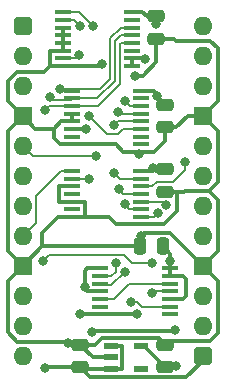
<source format=gtl>
%TF.GenerationSoftware,KiCad,Pcbnew,8.0.7*%
%TF.CreationDate,2025-01-07T17:53:55+02:00*%
%TF.ProjectId,Video Row Latch,56696465-6f20-4526-9f77-204c61746368,V0*%
%TF.SameCoordinates,Original*%
%TF.FileFunction,Copper,L1,Top*%
%TF.FilePolarity,Positive*%
%FSLAX46Y46*%
G04 Gerber Fmt 4.6, Leading zero omitted, Abs format (unit mm)*
G04 Created by KiCad (PCBNEW 8.0.7) date 2025-01-07 17:53:55*
%MOMM*%
%LPD*%
G01*
G04 APERTURE LIST*
G04 Aperture macros list*
%AMRoundRect*
0 Rectangle with rounded corners*
0 $1 Rounding radius*
0 $2 $3 $4 $5 $6 $7 $8 $9 X,Y pos of 4 corners*
0 Add a 4 corners polygon primitive as box body*
4,1,4,$2,$3,$4,$5,$6,$7,$8,$9,$2,$3,0*
0 Add four circle primitives for the rounded corners*
1,1,$1+$1,$2,$3*
1,1,$1+$1,$4,$5*
1,1,$1+$1,$6,$7*
1,1,$1+$1,$8,$9*
0 Add four rect primitives between the rounded corners*
20,1,$1+$1,$2,$3,$4,$5,0*
20,1,$1+$1,$4,$5,$6,$7,0*
20,1,$1+$1,$6,$7,$8,$9,0*
20,1,$1+$1,$8,$9,$2,$3,0*%
G04 Aperture macros list end*
%TA.AperFunction,SMDPad,CuDef*%
%ADD10RoundRect,0.250000X0.475000X-0.250000X0.475000X0.250000X-0.475000X0.250000X-0.475000X-0.250000X0*%
%TD*%
%TA.AperFunction,SMDPad,CuDef*%
%ADD11R,1.475000X0.450000*%
%TD*%
%TA.AperFunction,ComponentPad*%
%ADD12RoundRect,0.400000X-0.400000X-0.400000X0.400000X-0.400000X0.400000X0.400000X-0.400000X0.400000X0*%
%TD*%
%TA.AperFunction,ComponentPad*%
%ADD13O,1.600000X1.600000*%
%TD*%
%TA.AperFunction,ComponentPad*%
%ADD14R,1.600000X1.600000*%
%TD*%
%TA.AperFunction,SMDPad,CuDef*%
%ADD15R,1.450000X0.450000*%
%TD*%
%TA.AperFunction,SMDPad,CuDef*%
%ADD16RoundRect,0.250000X-0.475000X0.250000X-0.475000X-0.250000X0.475000X-0.250000X0.475000X0.250000X0*%
%TD*%
%TA.AperFunction,SMDPad,CuDef*%
%ADD17R,1.150000X0.600000*%
%TD*%
%TA.AperFunction,SMDPad,CuDef*%
%ADD18RoundRect,0.250000X0.250000X0.475000X-0.250000X0.475000X-0.250000X-0.475000X0.250000X-0.475000X0*%
%TD*%
%TA.AperFunction,ViaPad*%
%ADD19C,0.800000*%
%TD*%
%TA.AperFunction,Conductor*%
%ADD20C,0.380000*%
%TD*%
%TA.AperFunction,Conductor*%
%ADD21C,0.200000*%
%TD*%
G04 APERTURE END LIST*
D10*
%TO.P,C9,1*%
%TO.N,/3.3V*%
X12065000Y-28874000D03*
%TO.P,C9,2*%
%TO.N,/GND*%
X12065000Y-26974000D03*
%TD*%
D11*
%TO.P,IC6,1,~{1RD}*%
%TO.N,/3.3V*%
X6587000Y-20529000D03*
%TO.P,IC6,2,1D*%
%TO.N,/~{MR}*%
X6587000Y-21179000D03*
%TO.P,IC6,3,1CP*%
%TO.N,/CLK*%
X6587000Y-21829000D03*
%TO.P,IC6,4,~{1SD}*%
%TO.N,/3.3V*%
X6587000Y-22479000D03*
%TO.P,IC6,5,1Q*%
%TO.N,/~{MR}_{1}*%
X6587000Y-23129000D03*
%TO.P,IC6,6,~{1Q}*%
%TO.N,unconnected-(IC6-~{1Q}-Pad6)*%
X6587000Y-23779000D03*
%TO.P,IC6,7,GND*%
%TO.N,/GND*%
X6587000Y-24429000D03*
%TO.P,IC6,8,~{2Q}*%
%TO.N,unconnected-(IC6-~{2Q}-Pad8)*%
X12463000Y-24429000D03*
%TO.P,IC6,9,2Q*%
%TO.N,/~{MR}_{2}*%
X12463000Y-23779000D03*
%TO.P,IC6,10,~{2SD}*%
%TO.N,/3.3V*%
X12463000Y-23129000D03*
%TO.P,IC6,11,2CP*%
%TO.N,/~{CLK}*%
X12463000Y-22479000D03*
%TO.P,IC6,12,2D*%
%TO.N,/~{MR}_{1}*%
X12463000Y-21829000D03*
%TO.P,IC6,13,~{2RD}*%
%TO.N,/3.3V*%
X12463000Y-21179000D03*
%TO.P,IC6,14,3V*%
X12463000Y-20529000D03*
%TD*%
D12*
%TO.P,J1,1,Pin_1*%
%TO.N,/5V*%
X0Y0D03*
D13*
%TO.P,J1,2,Pin_2*%
%TO.N,unconnected-(J1-Pin_2-Pad2)*%
X0Y-2540000D03*
%TO.P,J1,3,Pin_3*%
%TO.N,unconnected-(J1-Pin_3-Pad3)*%
X0Y-5080000D03*
D14*
%TO.P,J1,4,Pin_4*%
%TO.N,/GND*%
X0Y-7620000D03*
D13*
%TO.P,J1,5,Pin_5*%
%TO.N,/CLK*%
X0Y-10160000D03*
%TO.P,J1,6,Pin_6*%
%TO.N,/~{CLK}*%
X0Y-12700000D03*
%TO.P,J1,7,Pin_7*%
%TO.N,unconnected-(J1-Pin_7-Pad7)*%
X0Y-15240000D03*
%TO.P,J1,8,Pin_8*%
%TO.N,/MR*%
X0Y-17780000D03*
D14*
%TO.P,J1,9,Pin_9*%
%TO.N,/GND*%
X0Y-20320000D03*
D13*
%TO.P,J1,10,Pin_10*%
%TO.N,/LA2*%
X0Y-22860000D03*
%TO.P,J1,11,Pin_11*%
%TO.N,/LA1*%
X0Y-25400000D03*
%TO.P,J1,12,Pin_12*%
%TO.N,/LA0*%
X0Y-27940000D03*
D12*
%TO.P,J1,13,Pin_13*%
%TO.N,/5V*%
X15240000Y-27940000D03*
D13*
%TO.P,J1,14,Pin_14*%
%TO.N,unconnected-(J1-Pin_14-Pad14)*%
X15240000Y-25400000D03*
%TO.P,J1,15,Pin_15*%
%TO.N,unconnected-(J1-Pin_15-Pad15)*%
X15240000Y-22860000D03*
D14*
%TO.P,J1,16,Pin_16*%
%TO.N,/GND*%
X15240000Y-20320000D03*
D13*
%TO.P,J1,17,Pin_17*%
%TO.N,unconnected-(J1-Pin_17-Pad17)*%
X15240000Y-17780000D03*
%TO.P,J1,18,Pin_18*%
%TO.N,unconnected-(J1-Pin_18-Pad18)*%
X15240000Y-15240000D03*
%TO.P,J1,19,Pin_19*%
%TO.N,unconnected-(J1-Pin_19-Pad19)*%
X15240000Y-12700000D03*
%TO.P,J1,20,Pin_20*%
%TO.N,unconnected-(J1-Pin_20-Pad20)*%
X15240000Y-10160000D03*
D14*
%TO.P,J1,21,Pin_21*%
%TO.N,/GND*%
X15240000Y-7620000D03*
D13*
%TO.P,J1,22,Pin_22*%
%TO.N,/Load Address Bank*%
X15240000Y-5080000D03*
%TO.P,J1,23,Pin_23*%
%TO.N,/Load Address High*%
X15240000Y-2540000D03*
%TO.P,J1,24,Pin_24*%
%TO.N,/Load Address Low*%
X15240000Y0D03*
%TD*%
D15*
%TO.P,IC2,1,A0*%
%TO.N,/LA0*%
X4183000Y-5485000D03*
%TO.P,IC2,2,A1*%
%TO.N,/LA1*%
X4183000Y-6135000D03*
%TO.P,IC2,3,A2*%
%TO.N,/LA2*%
X4183000Y-6785000D03*
%TO.P,IC2,4,~{E1}*%
%TO.N,/GND*%
X4183000Y-7435000D03*
%TO.P,IC2,5,~{E2}*%
X4183000Y-8085000D03*
%TO.P,IC2,6,E3*%
%TO.N,/3.3V*%
X4183000Y-8735000D03*
%TO.P,IC2,7,~{Y7}*%
%TO.N,unconnected-(IC2-~{Y7}-Pad7)*%
X4183000Y-9385000D03*
%TO.P,IC2,8,GND*%
%TO.N,/GND*%
X4183000Y-10035000D03*
%TO.P,IC2,9,~{Y6}*%
%TO.N,unconnected-(IC2-~{Y6}-Pad9)*%
X10033000Y-10035000D03*
%TO.P,IC2,10,~{Y5}*%
%TO.N,unconnected-(IC2-~{Y5}-Pad10)*%
X10033000Y-9385000D03*
%TO.P,IC2,11,~{Y4}*%
%TO.N,/CEP*%
X10033000Y-8735000D03*
%TO.P,IC2,12,~{Y3}*%
%TO.N,/~{Load Address Bank}*%
X10033000Y-8085000D03*
%TO.P,IC2,13,~{Y2}*%
%TO.N,/~{Load Address High}*%
X10033000Y-7435000D03*
%TO.P,IC2,14,~{Y1}*%
%TO.N,/~{Load Address Low}*%
X10033000Y-6785000D03*
%TO.P,IC2,15,~{Y0}*%
%TO.N,unconnected-(IC2-~{Y0}-Pad15)*%
X10033000Y-6135000D03*
%TO.P,IC2,16,3V*%
%TO.N,/3.3V*%
X10033000Y-5485000D03*
%TD*%
D11*
%TO.P,IC3,1,1A*%
%TO.N,/MR*%
X4174000Y-12274000D03*
%TO.P,IC3,2,1Y*%
%TO.N,/~{MR}*%
X4174000Y-12924000D03*
%TO.P,IC3,3,2A*%
%TO.N,/GND*%
X4174000Y-13574000D03*
%TO.P,IC3,4,2Y*%
%TO.N,unconnected-(IC3-2Y-Pad4)*%
X4174000Y-14224000D03*
%TO.P,IC3,5,3A*%
%TO.N,/GND*%
X4174000Y-14874000D03*
%TO.P,IC3,6,3Y*%
%TO.N,unconnected-(IC3-3Y-Pad6)*%
X4174000Y-15524000D03*
%TO.P,IC3,7,GND*%
%TO.N,/GND*%
X4174000Y-16174000D03*
%TO.P,IC3,8,4Y*%
%TO.N,/Load Address Low*%
X10050000Y-16174000D03*
%TO.P,IC3,9,4A*%
%TO.N,/~{Load Address Low}*%
X10050000Y-15524000D03*
%TO.P,IC3,10,5Y*%
%TO.N,/Load Address High*%
X10050000Y-14874000D03*
%TO.P,IC3,11,5A*%
%TO.N,/~{Load Address High}*%
X10050000Y-14224000D03*
%TO.P,IC3,12,6Y*%
%TO.N,/Load Address Bank*%
X10050000Y-13574000D03*
%TO.P,IC3,13,6A*%
%TO.N,/~{Load Address Bank}*%
X10050000Y-12924000D03*
%TO.P,IC3,14,3V*%
%TO.N,/3.3V*%
X10050000Y-12274000D03*
%TD*%
D15*
%TO.P,IC1,1,~{MR}*%
%TO.N,/~{MR}_{2}*%
X3401000Y1165000D03*
%TO.P,IC1,2,CP*%
%TO.N,/CLK*%
X3401000Y515000D03*
%TO.P,IC1,3,D0*%
%TO.N,/GND*%
X3401000Y-135000D03*
%TO.P,IC1,4,D1*%
X3401000Y-785000D03*
%TO.P,IC1,5,D2*%
X3401000Y-1435000D03*
%TO.P,IC1,6,D3*%
X3401000Y-2085000D03*
%TO.P,IC1,7,CEP*%
%TO.N,/CEP*%
X3401000Y-2735000D03*
%TO.P,IC1,8,GND*%
%TO.N,/GND*%
X3401000Y-3385000D03*
%TO.P,IC1,9,~{PE}*%
%TO.N,/3.3V*%
X9251000Y-3385000D03*
%TO.P,IC1,10,CET*%
X9251000Y-2735000D03*
%TO.P,IC1,11,Q3*%
%TO.N,unconnected-(IC1-Q3-Pad11)*%
X9251000Y-2085000D03*
%TO.P,IC1,12,Q2*%
%TO.N,/LA2*%
X9251000Y-1435000D03*
%TO.P,IC1,13,Q1*%
%TO.N,/LA1*%
X9251000Y-785000D03*
%TO.P,IC1,14,Q0*%
%TO.N,/LA0*%
X9251000Y-135000D03*
%TO.P,IC1,15,TC*%
%TO.N,unconnected-(IC1-TC-Pad15)*%
X9251000Y515000D03*
%TO.P,IC1,16,3V*%
%TO.N,/3.3V*%
X9251000Y1165000D03*
%TD*%
D16*
%TO.P,C1,1*%
%TO.N,/3.3V*%
X12065000Y-6686000D03*
%TO.P,C1,2*%
%TO.N,/GND*%
X12065000Y-8586000D03*
%TD*%
D10*
%TO.P,C8,1*%
%TO.N,/5V*%
X4826000Y-28874000D03*
%TO.P,C8,2*%
%TO.N,/GND*%
X4826000Y-26974000D03*
%TD*%
D16*
%TO.P,C5,1*%
%TO.N,/3.3V*%
X12065000Y-12147000D03*
%TO.P,C5,2*%
%TO.N,/GND*%
X12065000Y-14047000D03*
%TD*%
D17*
%TO.P,IC7,1,6VIn*%
%TO.N,/5V*%
X7463000Y-27117000D03*
%TO.P,IC7,2,GND*%
%TO.N,/GND*%
X7463000Y-28067000D03*
%TO.P,IC7,3,EN*%
%TO.N,/5V*%
X7463000Y-29017000D03*
%TO.P,IC7,4,ADJ*%
%TO.N,unconnected-(IC7-ADJ-Pad4)*%
X10063000Y-29017000D03*
%TO.P,IC7,5,3.3VOut*%
%TO.N,/3.3V*%
X10063000Y-27117000D03*
%TD*%
D16*
%TO.P,C2,1*%
%TO.N,/3.3V*%
X11303000Y807000D03*
%TO.P,C2,2*%
%TO.N,/GND*%
X11303000Y-1093000D03*
%TD*%
D18*
%TO.P,C4,1*%
%TO.N,/3.3V*%
X11856000Y-18669000D03*
%TO.P,C4,2*%
%TO.N,/GND*%
X9956000Y-18669000D03*
%TD*%
D19*
%TO.N,/5V*%
X1905000Y-28956000D03*
%TO.N,/GND*%
X6703293Y-3243002D03*
X9894000Y-10860002D03*
X4858998Y-24429000D03*
X3873496Y-26860504D03*
X10032996Y-17780014D03*
X9652000Y-24384000D03*
X9525000Y-4210002D03*
%TO.N,/3.3V*%
X5889707Y-25929000D03*
X12936978Y-25781000D03*
X5254472Y-22131097D03*
X12463000Y-19939000D03*
X11049000Y-12065000D03*
X10350818Y-2778523D03*
X11358002Y-5969000D03*
X5331529Y-8735000D03*
X12954000Y-28829000D03*
X11303000Y127000D03*
%TO.N,/~{MR}*%
X7887219Y-20095794D03*
X5588000Y-12954000D03*
%TO.N,/CLK*%
X6247000Y-11049000D03*
X4826000Y0D03*
X8636000Y-20828000D03*
%TO.N,/CEP*%
X5594000Y-7614000D03*
X4747919Y-2452919D03*
%TO.N,/LA2*%
X1905000Y-7112000D03*
%TO.N,/LA1*%
X2360265Y-6036569D03*
%TO.N,/LA0*%
X3128651Y-5320965D03*
%TO.N,/Load Address Low*%
X11430000Y-15875000D03*
%TO.N,/Load Address Bank*%
X13716000Y-11557000D03*
%TO.N,/Load Address High*%
X12180000Y-15147000D03*
%TO.N,/~{MR}_{2}*%
X5969000Y0D03*
X9192996Y-23368000D03*
%TO.N,/~{CLK}*%
X10922000Y-20066000D03*
X1720500Y-19881500D03*
X10922000Y-22606000D03*
%TO.N,/~{Load Address Bank}*%
X7747000Y-12446000D03*
X7747000Y-8382000D03*
%TO.N,/~{Load Address High}*%
X8128000Y-13843000D03*
X8092311Y-7274689D03*
%TO.N,/~{Load Address Low}*%
X8636000Y-15113000D03*
X8650352Y-6351935D03*
%TD*%
D20*
%TO.N,/5V*%
X8418000Y-29017000D02*
X7463000Y-29017000D01*
X8418000Y-27117000D02*
X8428000Y-27127000D01*
X7463000Y-27117000D02*
X8418000Y-27117000D01*
X1987000Y-28874000D02*
X1905000Y-28956000D01*
X5716000Y-29764000D02*
X4826000Y-28874000D01*
X13858000Y-29764000D02*
X5716000Y-29764000D01*
X15240000Y-28382000D02*
X13858000Y-29764000D01*
X8428000Y-29007000D02*
X8418000Y-29017000D01*
X8428000Y-27127000D02*
X8428000Y-29007000D01*
X7463000Y-29017000D02*
X5604000Y-29017000D01*
X4826000Y-28874000D02*
X1987000Y-28874000D01*
%TO.N,/GND*%
X-1270000Y-25908000D02*
X-444497Y-26733503D01*
X2296000Y-3385000D02*
X1791000Y-3890000D01*
X15240000Y-7620000D02*
X13970000Y-7620000D01*
X2286000Y-3375000D02*
X2286000Y-2095000D01*
X9607000Y-24429000D02*
X9652000Y-24384000D01*
X5919000Y-28067000D02*
X4826000Y-26974000D01*
X2286000Y-2095000D02*
X2296000Y-2085000D01*
X0Y-20320000D02*
X-1270000Y-21590000D01*
X0Y-7620000D02*
X-1270000Y-8890000D01*
X3286000Y-8085000D02*
X4170000Y-8085000D01*
X4826000Y-26974000D02*
X3986992Y-26974000D01*
X4174000Y-16174000D02*
X3003000Y-16174000D01*
X11130000Y-10668000D02*
X12065000Y-9733000D01*
X-444497Y-26733503D02*
X3746495Y-26733503D01*
X7334000Y-16174000D02*
X7949000Y-16789000D01*
X12065000Y-14047000D02*
X13081000Y-14047000D01*
X16510000Y-1905000D02*
X15875000Y-1270000D01*
X6587000Y-24429000D02*
X9607000Y-24429000D01*
X15240000Y-7620000D02*
X16510000Y-6350000D01*
X-1270000Y-19050000D02*
X0Y-20320000D01*
X0Y-20320000D02*
X1651000Y-18669000D01*
X1791000Y-3890000D02*
X-492915Y-3890000D01*
X12474000Y-17554000D02*
X10259010Y-17554000D01*
X2296000Y-3385000D02*
X2286000Y-3375000D01*
X11303000Y-3063000D02*
X11303000Y-1093000D01*
X12065000Y-9733000D02*
X12065000Y-8586000D01*
X-1270000Y-6350000D02*
X0Y-7620000D01*
X3164000Y-10024000D02*
X7865000Y-10024000D01*
X16510000Y-13223958D02*
X16510000Y-8890000D01*
X15240000Y-20320000D02*
X12474000Y-17554000D01*
X11507000Y-26416000D02*
X12065000Y-26974000D01*
X15763958Y-13970000D02*
X16510000Y-13223958D01*
X11303000Y-1093000D02*
X12777000Y-1093000D01*
X-1270000Y-8890000D02*
X-1270000Y-19050000D01*
X-492915Y-3890000D02*
X-1270000Y-4667085D01*
X3056500Y-14874000D02*
X4174000Y-14874000D01*
X1651000Y-18669000D02*
X9956000Y-18669000D01*
X2667000Y-9527000D02*
X3164000Y-10024000D01*
X7949000Y-16789000D02*
X11979000Y-16789000D01*
X3046500Y-13584000D02*
X3046500Y-14864000D01*
X4826000Y-26974000D02*
X6137018Y-26974000D01*
X13081000Y-15687000D02*
X13081000Y-14047000D01*
X6561295Y-3385000D02*
X6703293Y-3243002D01*
X9525000Y-4210002D02*
X10155998Y-4210002D01*
X3746495Y-26733503D02*
X3873496Y-26860504D01*
X7463000Y-28067000D02*
X5919000Y-28067000D01*
X4174000Y-16174000D02*
X7334000Y-16174000D01*
X3046500Y-14864000D02*
X3056500Y-14874000D01*
X3056500Y-13574000D02*
X3046500Y-13584000D01*
X-1270000Y-21590000D02*
X-1270000Y-25908000D01*
X12777000Y-1093000D02*
X12954000Y-1270000D01*
X15763958Y-13970000D02*
X16510000Y-14716042D01*
X10259010Y-17554000D02*
X10032996Y-17780014D01*
X16510000Y-26035000D02*
X16510000Y-21590000D01*
X-1270000Y-4667085D02*
X-1270000Y-6350000D01*
X7865000Y-10024000D02*
X8509000Y-10668000D01*
X3401000Y-785000D02*
X3401000Y-1435000D01*
X16510000Y-14716042D02*
X16510000Y-19050000D01*
X12400043Y-26638957D02*
X15906043Y-26638957D01*
X5291500Y-14874000D02*
X4174000Y-14874000D01*
X16510000Y-21590000D02*
X15240000Y-20320000D01*
X4174000Y-13574000D02*
X3056500Y-13574000D01*
X15906043Y-26638957D02*
X16510000Y-26035000D01*
X15875000Y-1270000D02*
X12954000Y-1270000D01*
X6137018Y-26974000D02*
X6695018Y-26416000D01*
X3003000Y-16174000D02*
X1651000Y-17526000D01*
X13639000Y-14047000D02*
X13716000Y-13970000D01*
X1084000Y-8704000D02*
X0Y-7620000D01*
X16510000Y-6350000D02*
X16510000Y-1905000D01*
X5301500Y-16164000D02*
X5301500Y-14884000D01*
X2667000Y-8704000D02*
X2667000Y-9527000D01*
X6587000Y-24429000D02*
X4858998Y-24429000D01*
X2667000Y-8704000D02*
X3286000Y-8085000D01*
X5301500Y-14884000D02*
X5291500Y-14874000D01*
X9956000Y-17857010D02*
X10032996Y-17780014D01*
X4170000Y-7435000D02*
X4170000Y-8085000D01*
X11979000Y-16789000D02*
X13081000Y-15687000D01*
X3401000Y-3385000D02*
X6561295Y-3385000D01*
X12065000Y-26974000D02*
X12400043Y-26638957D01*
X16510000Y-8890000D02*
X15240000Y-7620000D01*
X16510000Y-19050000D02*
X15240000Y-20320000D01*
X2667000Y-8704000D02*
X1084000Y-8704000D01*
X8509000Y-10668000D02*
X11130000Y-10668000D01*
X13004000Y-8586000D02*
X12065000Y-8586000D01*
X13081000Y-14047000D02*
X13639000Y-14047000D01*
X13716000Y-13970000D02*
X15763958Y-13970000D01*
X9956000Y-18669000D02*
X9956000Y-17857010D01*
X3986992Y-26974000D02*
X3873496Y-26860504D01*
X3401000Y-1435000D02*
X3401000Y-2085000D01*
X3401000Y-3385000D02*
X2296000Y-3385000D01*
X6695018Y-26416000D02*
X11507000Y-26416000D01*
X1651000Y-17526000D02*
X1651000Y-18669000D01*
X2296000Y-2085000D02*
X3401000Y-2085000D01*
X3401000Y-135000D02*
X3401000Y-785000D01*
X10155998Y-4210002D02*
X11303000Y-3063000D01*
X13970000Y-7620000D02*
X13004000Y-8586000D01*
%TO.N,/3.3V*%
X5469500Y-22479000D02*
X6587000Y-22479000D01*
X12065000Y-28805500D02*
X12930500Y-28805500D01*
X11303000Y807000D02*
X10505000Y807000D01*
X11303000Y807000D02*
X11303000Y127000D01*
X13843000Y-22841500D02*
X13843000Y-21441500D01*
X13580500Y-21179000D02*
X12463000Y-21179000D01*
X12463000Y-23129000D02*
X13555500Y-23129000D01*
X12936978Y-25781000D02*
X12882688Y-25835290D01*
X11102000Y-5474000D02*
X10037000Y-5474000D01*
X12463000Y-19276000D02*
X12463000Y-19939000D01*
X11258000Y-12274000D02*
X11049000Y-12065000D01*
X5254472Y-22263972D02*
X5469500Y-22479000D01*
X10147000Y1165000D02*
X9251000Y1165000D01*
X5254472Y-22131097D02*
X5254472Y-20744028D01*
X10308000Y-27117000D02*
X12065000Y-28874000D01*
X5254472Y-22131097D02*
X5254472Y-22263972D01*
X5331529Y-8735000D02*
X5320529Y-8724000D01*
X13843000Y-21441500D02*
X13580500Y-21179000D01*
X11358002Y-5730002D02*
X11102000Y-5474000D01*
X10840000Y-12274000D02*
X10050000Y-12274000D01*
X5469500Y-20529000D02*
X6587000Y-20529000D01*
X11856000Y-18669000D02*
X12463000Y-19276000D01*
X11938000Y-12274000D02*
X11258000Y-12274000D01*
X11049000Y-12065000D02*
X10840000Y-12274000D01*
X12882688Y-25835290D02*
X5983417Y-25835290D01*
X5983417Y-25835290D02*
X5889707Y-25929000D01*
X5320529Y-8724000D02*
X4187000Y-8724000D01*
X9251000Y-2735000D02*
X10307295Y-2735000D01*
X10505000Y807000D02*
X10147000Y1165000D01*
X12930500Y-28805500D02*
X12954000Y-28829000D01*
X11358002Y-5969000D02*
X11983000Y-6593998D01*
X11358002Y-5969000D02*
X11358002Y-5730002D01*
X9251000Y-3385000D02*
X9251000Y-2735000D01*
X10307295Y-2735000D02*
X10350818Y-2778523D01*
X5254472Y-20744028D02*
X5469500Y-20529000D01*
X12463000Y-20529000D02*
X12463000Y-19939000D01*
X13555500Y-23129000D02*
X13843000Y-22841500D01*
X12463000Y-21179000D02*
X12463000Y-20529000D01*
D21*
%TO.N,/~{MR}*%
X5588000Y-12954000D02*
X4204000Y-12954000D01*
X7524500Y-21179000D02*
X6587000Y-21179000D01*
X7887219Y-20816281D02*
X7524500Y-21179000D01*
X7887219Y-20095794D02*
X7887219Y-20816281D01*
%TO.N,/CLK*%
X3401000Y515000D02*
X4326000Y515000D01*
X6204000Y-21954000D02*
X7510000Y-21954000D01*
X4326000Y515000D02*
X4826000Y15000D01*
X7510000Y-21954000D02*
X8636000Y-20828000D01*
X889000Y-11049000D02*
X6247000Y-11049000D01*
X0Y-10160000D02*
X889000Y-11049000D01*
X4826000Y15000D02*
X4826000Y0D01*
%TO.N,/CEP*%
X10037000Y-8724000D02*
X8465661Y-8724000D01*
X3401000Y-2735000D02*
X4465838Y-2735000D01*
X4465838Y-2735000D02*
X4747919Y-2452919D01*
X8465661Y-8724000D02*
X8057661Y-9132000D01*
X8057661Y-9132000D02*
X7112000Y-9132000D01*
X7112000Y-9132000D02*
X5594000Y-7614000D01*
%TO.N,/LA2*%
X6375000Y-6774000D02*
X2243000Y-6774000D01*
X8203293Y-1557707D02*
X8203293Y-4945707D01*
X9251000Y-1435000D02*
X8326000Y-1435000D01*
X2243000Y-6774000D02*
X1905000Y-7112000D01*
X8326000Y-1435000D02*
X8203293Y-1557707D01*
X8203293Y-4945707D02*
X6375000Y-6774000D01*
%TO.N,/LA1*%
X8326000Y-785000D02*
X7803293Y-1307707D01*
X6322686Y-6124000D02*
X4187000Y-6124000D01*
X9251000Y-785000D02*
X8326000Y-785000D01*
X7803293Y-1307707D02*
X7803293Y-4643393D01*
X7803293Y-4643393D02*
X6322686Y-6124000D01*
X2571985Y-6248289D02*
X2360265Y-6036569D01*
X4062711Y-6248289D02*
X2571985Y-6248289D01*
%TO.N,/LA0*%
X8326000Y-135000D02*
X7403293Y-1057707D01*
X9251000Y-135000D02*
X8326000Y-135000D01*
X7403293Y-1057707D02*
X7403293Y-4477707D01*
X6560035Y-5320965D02*
X3128651Y-5320965D01*
X7403293Y-4477707D02*
X6560035Y-5320965D01*
%TO.N,/Load Address Low*%
X11131000Y-16174000D02*
X11430000Y-15875000D01*
X10050000Y-16174000D02*
X11131000Y-16174000D01*
%TO.N,/Load Address Bank*%
X10050000Y-13574000D02*
X10987500Y-13574000D01*
X12700000Y-13208000D02*
X13716000Y-12192000D01*
X13716000Y-12192000D02*
X13716000Y-11557000D01*
X10987500Y-13574000D02*
X11353500Y-13208000D01*
X11353500Y-13208000D02*
X12700000Y-13208000D01*
%TO.N,/Load Address High*%
X11907000Y-14874000D02*
X12180000Y-15147000D01*
X10050000Y-14874000D02*
X11907000Y-14874000D01*
%TO.N,/~{MR}_{2}*%
X3401000Y1165000D02*
X4804000Y1165000D01*
X9696661Y-23368000D02*
X9192996Y-23368000D01*
X10107661Y-23779000D02*
X9696661Y-23368000D01*
X4804000Y1165000D02*
X5969000Y0D01*
X12463000Y-23779000D02*
X10107661Y-23779000D01*
%TO.N,/MR*%
X1100000Y-14435500D02*
X1100000Y-16680000D01*
X4174000Y-12274000D02*
X3261500Y-12274000D01*
X3261500Y-12274000D02*
X1100000Y-14435500D01*
X1100000Y-16680000D02*
X0Y-17780000D01*
%TO.N,/~{MR}_{1}*%
X9032000Y-21829000D02*
X7732000Y-23129000D01*
X12463000Y-21829000D02*
X9032000Y-21829000D01*
X7732000Y-23129000D02*
X6587000Y-23129000D01*
%TO.N,/~{CLK}*%
X10922000Y-20066000D02*
X9271000Y-20066000D01*
X11049000Y-22479000D02*
X10922000Y-22606000D01*
X12463000Y-22479000D02*
X11049000Y-22479000D01*
X8600794Y-19395794D02*
X2206206Y-19395794D01*
X9271000Y-20066000D02*
X8600794Y-19395794D01*
X2206206Y-19395794D02*
X1720500Y-19881500D01*
%TO.N,/~{Load Address Bank}*%
X8225000Y-12924000D02*
X7747000Y-12446000D01*
X10033000Y-8085000D02*
X8044000Y-8085000D01*
X8044000Y-8085000D02*
X7747000Y-8382000D01*
X10050000Y-12924000D02*
X8225000Y-12924000D01*
%TO.N,/~{Load Address High}*%
X10050000Y-14224000D02*
X8509000Y-14224000D01*
X8252622Y-7435000D02*
X8092311Y-7274689D01*
X10033000Y-7435000D02*
X8252622Y-7435000D01*
X8509000Y-14224000D02*
X8128000Y-13843000D01*
%TO.N,/~{Load Address Low}*%
X10033000Y-6785000D02*
X9083417Y-6785000D01*
X10050000Y-15524000D02*
X9047000Y-15524000D01*
X9047000Y-15524000D02*
X8636000Y-15113000D01*
X9083417Y-6785000D02*
X8650352Y-6351935D01*
%TD*%
M02*

</source>
